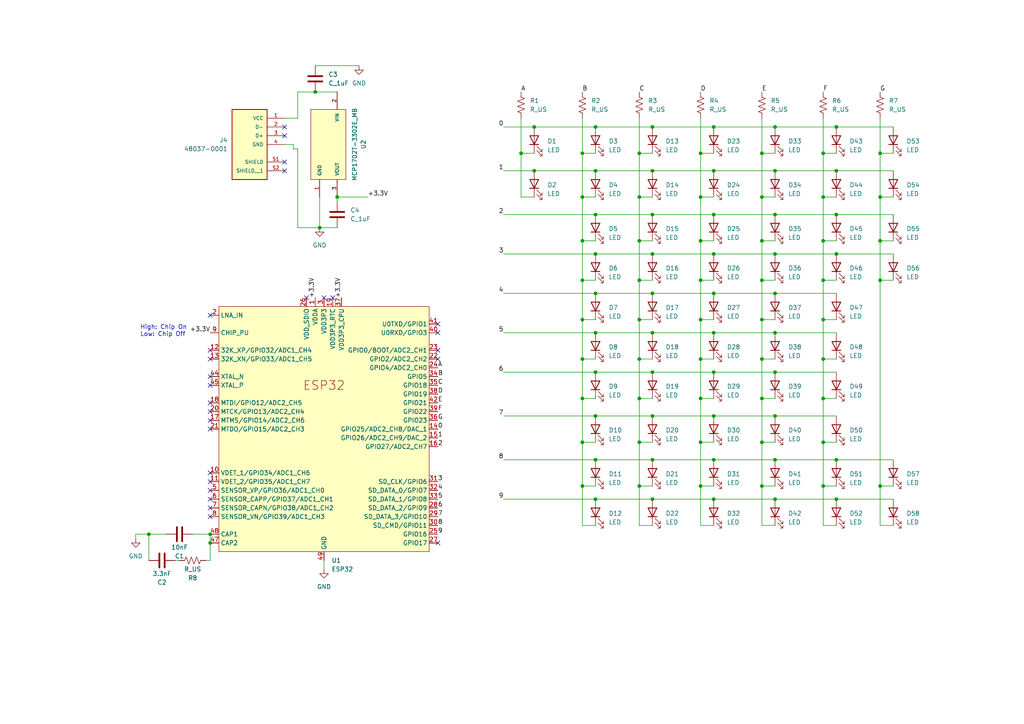
<source format=kicad_sch>
(kicad_sch (version 20230121) (generator eeschema)
  (paper "A4")
  (lib_symbols
    (symbol "Device:C" (pin_numbers hide) (pin_names (offset 0.254))
      (property "Reference" "C" (at 0.635 2.54 0))
      (property "Value" "C" (at 0.635 -2.54 0))
      (symbol "C_0_1"
        (polyline (pts (xy -2.032 -0.762) (xy 2.032 -0.762)) (stroke (width 0.508)))
        (polyline (pts (xy -2.032 0.762) (xy 2.032 0.762)) (stroke (width 0.508)))
      )
      (symbol "C_1_1"
        (pin passive line (at 0 3.81 270) (length 2.794) (name "~") (number "1"))
        (pin passive line (at 0 -3.81 90) (length 2.794) (name "~") (number "2"))
      )
    )
    (symbol "Device:LED" (pin_numbers hide) (pin_names (offset 1.016) hide)
      (property "Reference" "D" (at 0 2.54 0))
      (property "Value" "LED" (at 0 -2.54 0))
      (symbol "LED_0_1"
        (polyline (pts (xy -1.27 -1.27) (xy -1.27 1.27)) (stroke (width 0.254)))
        (polyline (pts (xy -1.27 0) (xy 1.27 0)))
        (polyline (pts (xy 1.27 -1.27) (xy 1.27 1.27) (xy -1.27 0) (xy 1.27 -1.27)) (stroke (width 0.254)))
        (polyline (pts (xy -3.048 -0.762) (xy -4.572 -2.286) (xy -3.81 -2.286) (xy -4.572 -2.286) (xy -4.572 -1.524)))
        (polyline (pts (xy -1.778 -0.762) (xy -3.302 -2.286) (xy -2.54 -2.286) (xy -3.302 -2.286) (xy -3.302 -1.524)))
      )
      (symbol "LED_1_1"
        (pin passive line (at -3.81 0 0) (length 2.54) (name "K") (number "1"))
        (pin passive line (at 3.81 0 180) (length 2.54) (name "A") (number "2"))
      )
    )
    (symbol "Device:R_US" (pin_numbers hide) (pin_names (offset 0))
      (property "Reference" "R" (at 2.54 0 90))
      (property "Value" "R_US" (at -2.54 0 90))
      (symbol "R_US_0_1"
        (polyline (pts (xy 0 -2.286) (xy 0 -2.54)))
        (polyline (pts (xy 0 2.286) (xy 0 2.54)))
        (polyline (pts (xy 0 -0.762) (xy 1.016 -1.143) (xy 0 -1.524) (xy -1.016 -1.905) (xy 0 -2.286)))
        (polyline (pts (xy 0 0.762) (xy 1.016 0.381) (xy 0 0) (xy -1.016 -0.381) (xy 0 -0.762)))
        (polyline (pts (xy 0 2.286) (xy 1.016 1.905) (xy 0 1.524) (xy -1.016 1.143) (xy 0 0.762)))
      )
      (symbol "R_US_1_1"
        (pin passive line (at 0 3.81 270) (length 1.27) (name "~") (number "1"))
        (pin passive line (at 0 -3.81 90) (length 1.27) (name "~") (number "2"))
      )
    )
    (symbol "LDO_MCP1702T-3302E_MB:MCP1702T-3302E_MB" (pin_names (offset 1.016))
      (property "Reference" "U" (at -10.16 5.842 0))
      (property "Value" "MCP1702T-3302E_MB" (at -10.16 -7.62 0))
      (symbol "MCP1702T-3302E_MB_0_0"
        (rectangle (start -10.16 -5.08) (end 10.16 5.08) (stroke (width 0.1524)) (fill (type background)))
        (pin power_in line (at 15.24 -2.54 180) (length 5.08) (name "GND") (number "1"))
        (pin input line (at -15.24 2.54 0) (length 5.08) (name "VIN") (number "2"))
        (pin output line (at 15.24 2.54 180) (length 5.08) (name "VOUT") (number "3"))
      )
    )
    (symbol "PCM_Espressif:ESP32"
      (property "Reference" "U" (at -30.48 40.64 0))
      (property "Value" "ESP32" (at -30.48 38.1 0))
      (symbol "ESP32_0_0"
        (text "ESP32" (at 0 12.7 0) (effects (font (size 2.54 2.54))))
      )
      (symbol "ESP32_0_1"
        (rectangle (start -30.48 35.56) (end 30.48 -35.56) (fill (type background)))
      )
      (symbol "ESP32_1_1"
        (pin power_in line (at -2.54 38.1 270) (length 2.54) (name "VDDA") (number "1"))
        (pin input line (at -33.02 -12.7 0) (length 2.54) (name "VDET_1/GPIO34/ADC1_CH6") (number "10"))
        (pin input line (at -33.02 -15.24 0) (length 2.54) (name "VDET_2/GPIO35/ADC1_CH7") (number "11"))
        (pin bidirectional line (at -33.02 22.86 0) (length 2.54) (name "32K_XP/GPIO32/ADC1_CH4") (number "12"))
        (pin bidirectional line (at -33.02 20.32 0) (length 2.54) (name "32K_XN/GPIO33/ADC1_CH5") (number "13"))
        (pin bidirectional line (at 33.02 0 180) (length 2.54) (name "GPIO25/ADC2_CH8/DAC_1") (number "14"))
        (pin bidirectional line (at 33.02 -2.54 180) (length 2.54) (name "GPIO26/ADC2_CH9/DAC_2") (number "15"))
        (pin bidirectional line (at 33.02 -5.08 180) (length 2.54) (name "GPIO27/ADC2_CH7") (number "16"))
        (pin bidirectional line (at -33.02 2.54 0) (length 2.54) (name "MTMS/GPIO14/ADC2_CH6") (number "17"))
        (pin bidirectional line (at -33.02 7.62 0) (length 2.54) (name "MTDI/GPIO12/ADC2_CH5") (number "18"))
        (pin power_in line (at 2.54 38.1 270) (length 2.54) (name "VDD3P3_RTC") (number "19"))
        (pin bidirectional line (at -33.02 33.02 0) (length 2.54) (name "LNA_IN") (number "2"))
        (pin bidirectional line (at -33.02 5.08 0) (length 2.54) (name "MTCK/GPIO13/ADC2_CH4") (number "20"))
        (pin bidirectional line (at -33.02 0 0) (length 2.54) (name "MTDO/GPIO15/ADC2_CH3") (number "21"))
        (pin bidirectional line (at 33.02 20.32 180) (length 2.54) (name "GPIO2/ADC2_CH2") (number "22"))
        (pin bidirectional line (at 33.02 22.86 180) (length 2.54) (name "GPIO0/BOOT/ADC2_CH1") (number "23"))
        (pin bidirectional line (at 33.02 17.78 180) (length 2.54) (name "GPIO4/ADC2_CH0") (number "24"))
        (pin bidirectional line (at 33.02 -30.48 180) (length 2.54) (name "GPIO16") (number "25"))
        (pin power_out line (at -5.08 38.1 270) (length 2.54) (name "VDD_SDIO") (number "26"))
        (pin bidirectional line (at 33.02 -33.02 180) (length 2.54) (name "GPIO17") (number "27"))
        (pin bidirectional line (at 33.02 -22.86 180) (length 2.54) (name "SD_DATA_2/GPIO9") (number "28"))
        (pin bidirectional line (at 33.02 -25.4 180) (length 2.54) (name "SD_DATA_3/GPIO10") (number "29"))
        (pin power_in line (at 0 38.1 270) (length 2.54) (name "VDD3P3") (number "3"))
        (pin bidirectional line (at 33.02 -27.94 180) (length 2.54) (name "SD_CMD/GPIO11") (number "30"))
        (pin bidirectional line (at 33.02 -15.24 180) (length 2.54) (name "SD_CLK/GPIO6") (number "31"))
        (pin bidirectional line (at 33.02 -17.78 180) (length 2.54) (name "SD_DATA_0/GPIO7") (number "32"))
        (pin bidirectional line (at 33.02 -20.32 180) (length 2.54) (name "SD_DATA_1/GPIO8") (number "33"))
        (pin bidirectional line (at 33.02 15.24 180) (length 2.54) (name "GPIO5") (number "34"))
        (pin bidirectional line (at 33.02 12.7 180) (length 2.54) (name "GPIO18") (number "35"))
        (pin bidirectional line (at 33.02 2.54 180) (length 2.54) (name "GPIO23") (number "36"))
        (pin power_in line (at 5.08 38.1 270) (length 2.54) (name "VDD3P3_CPU") (number "37"))
        (pin bidirectional line (at 33.02 10.16 180) (length 2.54) (name "GPIO19") (number "38"))
        (pin bidirectional line (at 33.02 5.08 180) (length 2.54) (name "GPIO22") (number "39"))
        (pin passive line (at 0 38.1 270) (length 2.54) hide (name "VDD3P3") (number "4"))
        (pin bidirectional line (at 33.02 27.94 180) (length 2.54) (name "U0RXD/GPIO3") (number "40"))
        (pin bidirectional line (at 33.02 30.48 180) (length 2.54) (name "U0TXD/GPIO1") (number "41"))
        (pin bidirectional line (at 33.02 7.62 180) (length 2.54) (name "GPIO21") (number "42"))
        (pin passive line (at -2.54 38.1 270) (length 2.54) hide (name "VDDA") (number "43"))
        (pin output line (at -33.02 15.24 0) (length 2.54) (name "XTAL_N") (number "44"))
        (pin input line (at -33.02 12.7 0) (length 2.54) (name "XTAL_P") (number "45"))
        (pin passive line (at -2.54 38.1 270) (length 2.54) hide (name "VDDA") (number "46"))
        (pin input line (at -33.02 -33.02 0) (length 2.54) (name "CAP2") (number "47"))
        (pin input line (at -33.02 -30.48 0) (length 2.54) (name "CAP1") (number "48"))
        (pin power_in line (at 0 -38.1 90) (length 2.54) (name "GND") (number "49"))
        (pin input line (at -33.02 -17.78 0) (length 2.54) (name "SENSOR_VP/GPIO36/ADC1_CH0") (number "5"))
        (pin input line (at -33.02 -20.32 0) (length 2.54) (name "SENSOR_CAPP/GPIO37/ADC1_CH1") (number "6"))
        (pin input line (at -33.02 -22.86 0) (length 2.54) (name "SENSOR_CAPN/GPIO38/ADC1_CH2") (number "7"))
        (pin input line (at -33.02 -25.4 0) (length 2.54) (name "SENSOR_VN/GPIO39/ADC1_CH3") (number "8"))
        (pin input line (at -33.02 27.94 0) (length 2.54) (name "CHIP_PU") (number "9"))
      )
    )
    (symbol "formula:C_1uF" (pin_numbers hide) (pin_names (offset 0.254))
      (property "Reference" "C" (at 0.635 3.81 0))
      (property "Value" "C_1uF" (at 0.635 -1.27 0))
      (symbol "C_1uF_0_1"
        (polyline (pts (xy -2.032 0.508) (xy 2.032 0.508)) (stroke (width 0.508)))
        (polyline (pts (xy -2.032 2.032) (xy 2.032 2.032)) (stroke (width 0.508)))
      )
      (symbol "C_1uF_1_1"
        (pin passive line (at 0 5.08 270) (length 2.794) (name "~") (number "1"))
        (pin passive line (at 0 -2.54 90) (length 2.794) (name "~") (number "2"))
      )
    )
    (symbol "power:GND" (power) (pin_names (offset 0))
      (property "Value" "GND" (at 0 -3.81 0))
      (symbol "GND_0_1"
        (polyline (pts (xy 0 0) (xy 0 -1.27) (xy 1.27 -1.27) (xy 0 -2.54) (xy -1.27 -1.27) (xy 0 -1.27)))
      )
      (symbol "GND_1_1"
        (pin power_in line (at 0 0 270) (length 0) hide (name "GND") (number "1"))
      )
    )
    (symbol "usb_conn:48037-0001" (pin_names (offset 1.016))
      (property "Reference" "J" (at -5.08 8.89 0))
      (property "Value" "48037-0001" (at -5.08 -15.24 0))
      (symbol "48037-0001_0_0"
        (rectangle (start -5.08 -12.7) (end 5.08 7.62) (stroke (width 0.254)) (fill (type background)))
        (pin power_in line (at -10.16 5.08 0) (length 5.08) (name "VCC") (number "1"))
        (pin bidirectional line (at -10.16 2.54 0) (length 5.08) (name "D-") (number "2"))
        (pin bidirectional line (at -10.16 0 0) (length 5.08) (name "D+") (number "3"))
        (pin power_in line (at -10.16 -2.54 0) (length 5.08) (name "GND") (number "4"))
        (pin passive line (at -10.16 -7.62 0) (length 5.08) (name "SHIELD") (number "S1"))
        (pin passive line (at -10.16 -10.16 0) (length 5.08) (name "SHIELD__1") (number "S2"))
      )
    )
  )
  (junction (at 172.72 62.23))
  (junction (at 224.79 36.83))
  (junction (at 203.2 92.71))
  (junction (at 255.27 81.28))
  (junction (at 168.91 69.85))
  (junction (at 207.01 62.23))
  (junction (at 168.91 115.57))
  (junction (at 203.2 104.14))
  (junction (at 224.79 133.35))
  (junction (at 185.42 140.97))
  (junction (at 203.2 140.97))
  (junction (at 185.42 57.15))
  (junction (at 172.72 36.83))
  (junction (at 207.01 144.78))
  (junction (at 185.42 44.45))
  (junction (at 168.91 44.45))
  (junction (at 185.42 128.27))
  (junction (at 207.01 96.52))
  (junction (at 189.23 36.83))
  (junction (at 220.98 140.97))
  (junction (at 172.72 120.65))
  (junction (at 97.79 57.15))
  (junction (at 224.79 107.95))
  (junction (at 242.57 144.78))
  (junction (at 224.79 85.09))
  (junction (at 224.79 96.52))
  (junction (at 207.01 73.66))
  (junction (at 172.72 133.35))
  (junction (at 238.76 44.45))
  (junction (at 238.76 81.28))
  (junction (at 238.76 104.14))
  (junction (at 220.98 44.45))
  (junction (at 185.42 104.14))
  (junction (at 207.01 36.83))
  (junction (at 255.27 57.15))
  (junction (at 189.23 73.66))
  (junction (at 168.91 92.71))
  (junction (at 224.79 62.23))
  (junction (at 185.42 69.85))
  (junction (at 220.98 128.27))
  (junction (at 203.2 115.57))
  (junction (at 189.23 107.95))
  (junction (at 168.91 81.28))
  (junction (at 92.71 66.04))
  (junction (at 255.27 140.97))
  (junction (at 189.23 85.09))
  (junction (at 207.01 120.65))
  (junction (at 238.76 69.85))
  (junction (at 220.98 81.28))
  (junction (at 189.23 120.65))
  (junction (at 172.72 144.78))
  (junction (at 168.91 104.14))
  (junction (at 151.13 44.45))
  (junction (at 154.94 49.53))
  (junction (at 60.96 154.94))
  (junction (at 224.79 73.66))
  (junction (at 43.18 154.94))
  (junction (at 189.23 133.35))
  (junction (at 207.01 133.35))
  (junction (at 185.42 92.71))
  (junction (at 203.2 128.27))
  (junction (at 207.01 107.95))
  (junction (at 172.72 73.66))
  (junction (at 207.01 85.09))
  (junction (at 242.57 133.35))
  (junction (at 220.98 104.14))
  (junction (at 242.57 62.23))
  (junction (at 172.72 107.95))
  (junction (at 224.79 120.65))
  (junction (at 172.72 85.09))
  (junction (at 220.98 69.85))
  (junction (at 168.91 128.27))
  (junction (at 238.76 140.97))
  (junction (at 203.2 57.15))
  (junction (at 185.42 81.28))
  (junction (at 255.27 69.85))
  (junction (at 242.57 49.53))
  (junction (at 60.96 157.48))
  (junction (at 185.42 115.57))
  (junction (at 172.72 49.53))
  (junction (at 220.98 92.71))
  (junction (at 91.44 26.67))
  (junction (at 242.57 73.66))
  (junction (at 189.23 144.78))
  (junction (at 255.27 44.45))
  (junction (at 168.91 140.97))
  (junction (at 172.72 96.52))
  (junction (at 238.76 92.71))
  (junction (at 168.91 57.15))
  (junction (at 220.98 115.57))
  (junction (at 203.2 44.45))
  (junction (at 189.23 62.23))
  (junction (at 238.76 115.57))
  (junction (at 189.23 49.53))
  (junction (at 207.01 49.53))
  (junction (at 220.98 57.15))
  (junction (at 224.79 144.78))
  (junction (at 189.23 96.52))
  (junction (at 238.76 128.27))
  (junction (at 203.2 69.85))
  (junction (at 203.2 81.28))
  (junction (at 224.79 49.53))
  (junction (at 242.57 36.83))
  (junction (at 238.76 57.15))
  (junction (at 154.94 36.83))
  (no_connect (at 60.96 111.76))
  (no_connect (at 60.96 124.46))
  (no_connect (at 60.96 149.86))
  (no_connect (at 82.55 39.37))
  (no_connect (at 127 93.98))
  (no_connect (at 96.52 86.36))
  (no_connect (at 60.96 144.78))
  (no_connect (at 60.96 142.24))
  (no_connect (at 82.55 49.53))
  (no_connect (at 127 101.6))
  (no_connect (at 93.98 86.36))
  (no_connect (at 60.96 104.14))
  (no_connect (at 127 157.48))
  (no_connect (at 60.96 119.38))
  (no_connect (at 60.96 116.84))
  (no_connect (at 127 104.14))
  (no_connect (at 60.96 147.32))
  (no_connect (at 60.96 137.16))
  (no_connect (at 60.96 109.22))
  (no_connect (at 82.55 46.99))
  (no_connect (at 60.96 121.92))
  (no_connect (at 60.96 139.7))
  (no_connect (at 60.96 101.6))
  (no_connect (at 82.55 36.83))
  (no_connect (at 88.9 86.36))
  (no_connect (at 60.96 91.44))
  (no_connect (at 127 96.52))
  (wire (pts (xy 220.98 44.45) (xy 220.98 57.15)))
  (wire (pts (xy 168.91 69.85) (xy 172.72 69.85)))
  (wire (pts (xy 168.91 140.97) (xy 168.91 152.4)))
  (wire (pts (xy 146.05 144.78) (xy 172.72 144.78)))
  (wire (pts (xy 86.36 34.29) (xy 86.36 26.67)))
  (wire (pts (xy 146.05 73.66) (xy 172.72 73.66)))
  (wire (pts (xy 92.71 66.04) (xy 97.79 66.04)))
  (wire (pts (xy 185.42 81.28) (xy 185.42 92.71)))
  (wire (pts (xy 43.18 154.94) (xy 39.37 154.94)))
  (wire (pts (xy 60.96 154.94) (xy 60.96 157.48)))
  (wire (pts (xy 238.76 57.15) (xy 238.76 69.85)))
  (wire (pts (xy 172.72 73.66) (xy 189.23 73.66)))
  (wire (pts (xy 255.27 81.28) (xy 259.08 81.28)))
  (wire (pts (xy 238.76 140.97) (xy 242.57 140.97)))
  (wire (pts (xy 203.2 128.27) (xy 207.01 128.27)))
  (wire (pts (xy 203.2 104.14) (xy 207.01 104.14)))
  (wire (pts (xy 255.27 44.45) (xy 259.08 44.45)))
  (wire (pts (xy 203.2 140.97) (xy 207.01 140.97)))
  (wire (pts (xy 203.2 104.14) (xy 203.2 115.57)))
  (wire (pts (xy 168.91 115.57) (xy 172.72 115.57)))
  (wire (pts (xy 189.23 73.66) (xy 207.01 73.66)))
  (wire (pts (xy 168.91 140.97) (xy 172.72 140.97)))
  (wire (pts (xy 238.76 115.57) (xy 238.76 128.27)))
  (wire (pts (xy 172.72 36.83) (xy 189.23 36.83)))
  (wire (pts (xy 220.98 57.15) (xy 224.79 57.15)))
  (wire (pts (xy 238.76 104.14) (xy 242.57 104.14)))
  (wire (pts (xy 220.98 128.27) (xy 224.79 128.27)))
  (wire (pts (xy 220.98 140.97) (xy 224.79 140.97)))
  (wire (pts (xy 224.79 120.65) (xy 242.57 120.65)))
  (wire (pts (xy 185.42 128.27) (xy 185.42 140.97)))
  (wire (pts (xy 151.13 57.15) (xy 154.94 57.15)))
  (wire (pts (xy 224.79 85.09) (xy 242.57 85.09)))
  (wire (pts (xy 203.2 92.71) (xy 207.01 92.71)))
  (wire (pts (xy 189.23 85.09) (xy 207.01 85.09)))
  (wire (pts (xy 238.76 115.57) (xy 242.57 115.57)))
  (wire (pts (xy 97.79 58.42) (xy 97.79 57.15)))
  (wire (pts (xy 168.91 69.85) (xy 168.91 81.28)))
  (wire (pts (xy 185.42 140.97) (xy 189.23 140.97)))
  (wire (pts (xy 86.36 26.67) (xy 91.44 26.67)))
  (wire (pts (xy 207.01 120.65) (xy 224.79 120.65)))
  (wire (pts (xy 39.37 154.94) (xy 39.37 156.21)))
  (wire (pts (xy 91.44 26.67) (xy 97.79 26.67)))
  (wire (pts (xy 185.42 44.45) (xy 185.42 57.15)))
  (wire (pts (xy 203.2 92.71) (xy 203.2 104.14)))
  (wire (pts (xy 189.23 107.95) (xy 207.01 107.95)))
  (wire (pts (xy 168.91 44.45) (xy 168.91 57.15)))
  (wire (pts (xy 207.01 62.23) (xy 224.79 62.23)))
  (wire (pts (xy 151.13 44.45) (xy 151.13 57.15)))
  (wire (pts (xy 224.79 73.66) (xy 242.57 73.66)))
  (wire (pts (xy 189.23 133.35) (xy 207.01 133.35)))
  (wire (pts (xy 224.79 36.83) (xy 242.57 36.83)))
  (wire (pts (xy 151.13 44.45) (xy 154.94 44.45)))
  (wire (pts (xy 85.09 41.91) (xy 82.55 41.91)))
  (wire (pts (xy 203.2 34.29) (xy 203.2 44.45)))
  (wire (pts (xy 172.72 62.23) (xy 189.23 62.23)))
  (wire (pts (xy 185.42 57.15) (xy 185.42 69.85)))
  (wire (pts (xy 43.18 154.94) (xy 43.18 162.56)))
  (wire (pts (xy 189.23 96.52) (xy 207.01 96.52)))
  (wire (pts (xy 255.27 57.15) (xy 259.08 57.15)))
  (wire (pts (xy 185.42 81.28) (xy 189.23 81.28)))
  (wire (pts (xy 220.98 92.71) (xy 224.79 92.71)))
  (wire (pts (xy 85.09 43.18) (xy 86.36 43.18)))
  (wire (pts (xy 189.23 144.78) (xy 207.01 144.78)))
  (wire (pts (xy 220.98 115.57) (xy 224.79 115.57)))
  (wire (pts (xy 151.13 34.29) (xy 151.13 44.45)))
  (wire (pts (xy 168.91 92.71) (xy 172.72 92.71)))
  (wire (pts (xy 172.72 144.78) (xy 189.23 144.78)))
  (wire (pts (xy 172.72 96.52) (xy 172.72 97.79)))
  (wire (pts (xy 185.42 115.57) (xy 189.23 115.57)))
  (wire (pts (xy 220.98 81.28) (xy 220.98 92.71)))
  (wire (pts (xy 255.27 57.15) (xy 255.27 69.85)))
  (wire (pts (xy 220.98 92.71) (xy 220.98 104.14)))
  (wire (pts (xy 168.91 152.4) (xy 172.72 152.4)))
  (wire (pts (xy 238.76 81.28) (xy 238.76 92.71)))
  (wire (pts (xy 172.72 107.95) (xy 189.23 107.95)))
  (wire (pts (xy 168.91 57.15) (xy 168.91 69.85)))
  (wire (pts (xy 168.91 34.29) (xy 168.91 44.45)))
  (wire (pts (xy 255.27 69.85) (xy 259.08 69.85)))
  (wire (pts (xy 168.91 115.57) (xy 168.91 128.27)))
  (wire (pts (xy 220.98 57.15) (xy 220.98 69.85)))
  (wire (pts (xy 203.2 152.4) (xy 207.01 152.4)))
  (wire (pts (xy 154.94 49.53) (xy 172.72 49.53)))
  (wire (pts (xy 203.2 81.28) (xy 207.01 81.28)))
  (wire (pts (xy 185.42 69.85) (xy 185.42 81.28)))
  (wire (pts (xy 207.01 49.53) (xy 224.79 49.53)))
  (wire (pts (xy 224.79 62.23) (xy 242.57 62.23)))
  (wire (pts (xy 146.05 120.65) (xy 172.72 120.65)))
  (wire (pts (xy 185.42 92.71) (xy 189.23 92.71)))
  (wire (pts (xy 59.69 162.56) (xy 60.96 162.56)))
  (wire (pts (xy 238.76 128.27) (xy 238.76 140.97)))
  (wire (pts (xy 207.01 96.52) (xy 224.79 96.52)))
  (wire (pts (xy 168.91 104.14) (xy 172.72 104.14)))
  (wire (pts (xy 255.27 34.29) (xy 255.27 44.45)))
  (wire (pts (xy 220.98 152.4) (xy 224.79 152.4)))
  (wire (pts (xy 168.91 81.28) (xy 172.72 81.28)))
  (wire (pts (xy 242.57 49.53) (xy 259.08 49.53)))
  (wire (pts (xy 255.27 69.85) (xy 255.27 81.28)))
  (wire (pts (xy 203.2 140.97) (xy 203.2 152.4)))
  (wire (pts (xy 168.91 128.27) (xy 172.72 128.27)))
  (wire (pts (xy 220.98 69.85) (xy 220.98 81.28)))
  (wire (pts (xy 203.2 57.15) (xy 207.01 57.15)))
  (wire (pts (xy 238.76 34.29) (xy 238.76 44.45)))
  (wire (pts (xy 255.27 81.28) (xy 255.27 140.97)))
  (wire (pts (xy 185.42 104.14) (xy 189.23 104.14)))
  (wire (pts (xy 224.79 144.78) (xy 242.57 144.78)))
  (wire (pts (xy 220.98 104.14) (xy 220.98 115.57)))
  (wire (pts (xy 172.72 96.52) (xy 189.23 96.52)))
  (wire (pts (xy 168.91 104.14) (xy 168.91 115.57)))
  (wire (pts (xy 207.01 85.09) (xy 224.79 85.09)))
  (wire (pts (xy 238.76 69.85) (xy 238.76 81.28)))
  (wire (pts (xy 220.98 128.27) (xy 220.98 140.97)))
  (wire (pts (xy 93.98 162.56) (xy 93.98 165.1)))
  (wire (pts (xy 238.76 152.4) (xy 242.57 152.4)))
  (wire (pts (xy 203.2 81.28) (xy 203.2 92.71)))
  (wire (pts (xy 203.2 128.27) (xy 203.2 140.97)))
  (wire (pts (xy 224.79 107.95) (xy 242.57 107.95)))
  (wire (pts (xy 207.01 133.35) (xy 224.79 133.35)))
  (wire (pts (xy 203.2 57.15) (xy 203.2 69.85)))
  (wire (pts (xy 203.2 115.57) (xy 207.01 115.57)))
  (wire (pts (xy 255.27 44.45) (xy 255.27 57.15)))
  (wire (pts (xy 238.76 69.85) (xy 242.57 69.85)))
  (wire (pts (xy 168.91 81.28) (xy 168.91 92.71)))
  (wire (pts (xy 207.01 73.66) (xy 224.79 73.66)))
  (wire (pts (xy 172.72 120.65) (xy 189.23 120.65)))
  (wire (pts (xy 255.27 152.4) (xy 259.08 152.4)))
  (wire (pts (xy 242.57 62.23) (xy 259.08 62.23)))
  (wire (pts (xy 238.76 57.15) (xy 242.57 57.15)))
  (wire (pts (xy 203.2 44.45) (xy 203.2 57.15)))
  (wire (pts (xy 238.76 92.71) (xy 242.57 92.71)))
  (wire (pts (xy 168.91 128.27) (xy 168.91 140.97)))
  (wire (pts (xy 146.05 96.52) (xy 172.72 96.52)))
  (wire (pts (xy 224.79 96.52) (xy 242.57 96.52)))
  (wire (pts (xy 85.09 43.18) (xy 85.09 41.91)))
  (wire (pts (xy 146.05 133.35) (xy 172.72 133.35)))
  (wire (pts (xy 50.8 162.56) (xy 52.07 162.56)))
  (wire (pts (xy 154.94 36.83) (xy 172.72 36.83)))
  (wire (pts (xy 48.26 154.94) (xy 43.18 154.94)))
  (wire (pts (xy 60.96 157.48) (xy 60.96 162.56)))
  (wire (pts (xy 224.79 133.35) (xy 242.57 133.35)))
  (wire (pts (xy 189.23 49.53) (xy 207.01 49.53)))
  (wire (pts (xy 55.88 154.94) (xy 60.96 154.94)))
  (wire (pts (xy 185.42 44.45) (xy 189.23 44.45)))
  (wire (pts (xy 185.42 104.14) (xy 185.42 115.57)))
  (wire (pts (xy 238.76 44.45) (xy 242.57 44.45)))
  (wire (pts (xy 238.76 104.14) (xy 238.76 115.57)))
  (wire (pts (xy 238.76 44.45) (xy 238.76 57.15)))
  (wire (pts (xy 242.57 144.78) (xy 259.08 144.78)))
  (wire (pts (xy 238.76 140.97) (xy 238.76 152.4)))
  (wire (pts (xy 203.2 69.85) (xy 203.2 81.28)))
  (wire (pts (xy 207.01 144.78) (xy 224.79 144.78)))
  (wire (pts (xy 238.76 128.27) (xy 242.57 128.27)))
  (wire (pts (xy 146.05 36.83) (xy 154.94 36.83)))
  (wire (pts (xy 168.91 92.71) (xy 168.91 104.14)))
  (wire (pts (xy 97.79 57.15) (xy 106.68 57.15)))
  (wire (pts (xy 255.27 140.97) (xy 259.08 140.97)))
  (wire (pts (xy 242.57 73.66) (xy 259.08 73.66)))
  (wire (pts (xy 86.36 66.04) (xy 92.71 66.04)))
  (wire (pts (xy 220.98 104.14) (xy 224.79 104.14)))
  (wire (pts (xy 172.72 133.35) (xy 189.23 133.35)))
  (wire (pts (xy 185.42 115.57) (xy 185.42 128.27)))
  (wire (pts (xy 242.57 36.83) (xy 259.08 36.83)))
  (wire (pts (xy 220.98 81.28) (xy 224.79 81.28)))
  (wire (pts (xy 185.42 152.4) (xy 189.23 152.4)))
  (wire (pts (xy 92.71 57.15) (xy 92.71 66.04)))
  (wire (pts (xy 224.79 49.53) (xy 242.57 49.53)))
  (wire (pts (xy 220.98 44.45) (xy 224.79 44.45)))
  (wire (pts (xy 189.23 62.23) (xy 207.01 62.23)))
  (wire (pts (xy 146.05 49.53) (xy 154.94 49.53)))
  (wire (pts (xy 86.36 43.18) (xy 86.36 66.04)))
  (wire (pts (xy 185.42 128.27) (xy 189.23 128.27)))
  (wire (pts (xy 172.72 49.53) (xy 189.23 49.53)))
  (wire (pts (xy 189.23 36.83) (xy 207.01 36.83)))
  (wire (pts (xy 207.01 107.95) (xy 224.79 107.95)))
  (wire (pts (xy 220.98 69.85) (xy 224.79 69.85)))
  (wire (pts (xy 220.98 34.29) (xy 220.98 44.45)))
  (wire (pts (xy 220.98 115.57) (xy 220.98 128.27)))
  (wire (pts (xy 146.05 107.95) (xy 172.72 107.95)))
  (wire (pts (xy 185.42 57.15) (xy 189.23 57.15)))
  (wire (pts (xy 146.05 62.23) (xy 172.72 62.23)))
  (wire (pts (xy 238.76 81.28) (xy 242.57 81.28)))
  (wire (pts (xy 255.27 140.97) (xy 255.27 152.4)))
  (wire (pts (xy 168.91 44.45) (xy 172.72 44.45)))
  (wire (pts (xy 168.91 57.15) (xy 172.72 57.15)))
  (wire (pts (xy 82.55 34.29) (xy 86.36 34.29)))
  (wire (pts (xy 242.57 133.35) (xy 259.08 133.35)))
  (wire (pts (xy 203.2 44.45) (xy 207.01 44.45)))
  (wire (pts (xy 189.23 120.65) (xy 207.01 120.65)))
  (wire (pts (xy 146.05 85.09) (xy 172.72 85.09)))
  (wire (pts (xy 185.42 92.71) (xy 185.42 104.14)))
  (wire (pts (xy 207.01 36.83) (xy 224.79 36.83)))
  (wire (pts (xy 172.72 85.09) (xy 189.23 85.09)))
  (wire (pts (xy 185.42 34.29) (xy 185.42 44.45)))
  (wire (pts (xy 203.2 115.57) (xy 203.2 128.27)))
  (wire (pts (xy 238.76 92.71) (xy 238.76 104.14)))
  (wire (pts (xy 91.44 19.05) (xy 104.14 19.05)))
  (wire (pts (xy 185.42 69.85) (xy 189.23 69.85)))
  (wire (pts (xy 185.42 140.97) (xy 185.42 152.4)))
  (wire (pts (xy 203.2 69.85) (xy 207.01 69.85)))
  (wire (pts (xy 220.98 140.97) (xy 220.98 152.4)))
  (text "High: Chip On\nLow: Chip Off" (at 40.64 97.79 0) (effects (font (size 1.27 1.27)) (justify left bottom)))
  (label "2" (at 127 129.54 0))
  (label "4" (at 127 142.24 0))
  (label "G" (at 255.27 26.67 0))
  (label "A" (at 127 106.68 0))
  (label "B" (at 168.91 26.67 0))
  (label "C" (at 185.42 26.67 0))
  (label "+3.3V" (at 60.96 96.52 180))
  (label "E" (at 220.98 26.67 0))
  (label "D" (at 127 114.3 0))
  (label "8" (at 146.05 133.35 180))
  (label "1" (at 127 127 0))
  (label "A" (at 151.13 26.67 0))
  (label "2" (at 146.05 62.23 180))
  (label "4" (at 146.05 85.09 180))
  (label "B" (at 127 109.22 0))
  (label "E" (at 127 116.84 0))
  (label "7" (at 146.05 120.65 180))
  (label "9" (at 127 154.94 0))
  (label "7" (at 127 149.86 0))
  (label "9" (at 146.05 144.78 180))
  (label "+3.3V" (at 106.68 57.15 0))
  (label "3" (at 127 139.7 0))
  (label "6" (at 146.05 107.95 180))
  (label "5" (at 146.05 96.52 180))
  (label "3" (at 146.05 73.66 180))
  (label "D" (at 203.2 26.67 0))
  (label "F" (at 238.76 26.67 0))
  (label "1" (at 146.05 49.53 180))
  (label "C" (at 127 111.76 0))
  (label "0" (at 127 124.46 0))
  (label "+3.3V" (at 99.06 86.36 90))
  (label "0" (at 146.05 36.83 180))
  (label "G" (at 127 121.92 0))
  (label "6" (at 127 147.32 0))
  (label "F" (at 127 119.38 0))
  (label "5" (at 127 144.78 0))
  (label "8" (at 127 152.4 0))
  (label "+3.3V" (at 91.44 86.36 90))
  (symbol (lib_id "Device:LED") (at 259.08 77.47 90) (unit 1)
    (property "Reference" "D56" (at 262.89 77.7875 90) (effects (justify right)))
    (property "Value" "LED" (at 262.89 80.3275 90) (effects (justify right)))
    (property "Footprint" "LED_SMD:LED_0603_1608Metric" (effects hide))
  )
  (symbol (lib_id "power:GND") (at 93.98 165.1 0) (unit 1)
    (property "Reference" "#PWR02" (effects hide))
    (property "Value" "GND" (at 93.98 170.18 0))
  )
  (symbol (lib_id "Device:LED") (at 207.01 111.76 90) (unit 1)
    (property "Reference" "D29" (at 210.82 112.0775 90) (effects (justify right)))
    (property "Value" "LED" (at 210.82 114.6175 90) (effects (justify right)))
    (property "Footprint" "LED_SMD:LED_0603_1608Metric" (effects hide))
  )
  (symbol (lib_id "Device:LED") (at 172.72 40.64 90) (unit 1)
    (property "Reference" "D3" (at 176.53 40.9575 90) (effects (justify right)))
    (property "Value" "LED" (at 176.53 43.4975 90) (effects (justify right)))
    (property "Footprint" "LED_SMD:LED_0603_1608Metric" (effects hide))
  )
  (symbol (lib_id "Device:LED") (at 224.79 137.16 90) (unit 1)
    (property "Reference" "D41" (at 228.6 137.4775 90) (effects (justify right)))
    (property "Value" "LED" (at 228.6 140.0175 90) (effects (justify right)))
    (property "Footprint" "LED_SMD:LED_0603_1608Metric" (effects hide))
  )
  (symbol (lib_id "Device:LED") (at 224.79 66.04 90) (unit 1)
    (property "Reference" "D35" (at 228.6 66.3575 90) (effects (justify right)))
    (property "Value" "LED" (at 228.6 68.8975 90) (effects (justify right)))
    (property "Footprint" "LED_SMD:LED_0603_1608Metric" (effects hide))
  )
  (symbol (lib_id "PCM_Espressif:ESP32") (at 93.98 124.46 0) (unit 1)
    (property "Reference" "U1" (at 96.1741 162.56 0) (effects (justify left)))
    (property "Value" "ESP32" (at 96.1741 165.1 0) (effects (justify left)))
    (property "Footprint" "Package_DFN_QFN:QFN-48-1EP_8x8mm_P0.5mm_EP6.2x6.2mm" (effects hide))
    (property "Datasheet" "https://www.espressif.com/sites/default/files/documentation/esp32_datasheet_en.pdf" (effects hide))
  )
  (symbol (lib_id "Device:LED") (at 224.79 148.59 90) (unit 1)
    (property "Reference" "D42" (at 228.6 148.9075 90) (effects (justify right)))
    (property "Value" "LED" (at 228.6 151.4475 90) (effects (justify right)))
    (property "Footprint" "LED_SMD:LED_0603_1608Metric" (effects hide))
  )
  (symbol (lib_id "Device:LED") (at 172.72 148.59 90) (unit 1)
    (property "Reference" "D12" (at 176.53 148.9075 90) (effects (justify right)))
    (property "Value" "LED" (at 176.53 151.4475 90) (effects (justify right)))
    (property "Footprint" "LED_SMD:LED_0603_1608Metric" (effects hide))
  )
  (symbol (lib_id "power:GND") (at 104.14 19.05 0) (unit 1)
    (property "Reference" "#PWR04" (effects hide))
    (property "Value" "GND" (at 104.14 24.13 0))
  )
  (symbol (lib_id "Device:LED") (at 172.72 100.33 90) (unit 1)
    (property "Reference" "D8" (at 176.53 100.6475 90) (effects (justify right)))
    (property "Value" "LED" (at 176.53 103.1875 90) (effects (justify right)))
    (property "Footprint" "LED_SMD:LED_0603_1608Metric" (effects hide))
  )
  (symbol (lib_id "Device:LED") (at 189.23 53.34 90) (unit 1)
    (property "Reference" "D14" (at 193.04 53.6575 90) (effects (justify right)))
    (property "Value" "LED" (at 193.04 56.1975 90) (effects (justify right)))
    (property "Footprint" "LED_SMD:LED_0603_1608Metric" (effects hide))
  )
  (symbol (lib_id "Device:LED") (at 224.79 124.46 90) (unit 1)
    (property "Reference" "D40" (at 228.6 124.7775 90) (effects (justify right)))
    (property "Value" "LED" (at 228.6 127.3175 90) (effects (justify right)))
    (property "Footprint" "LED_SMD:LED_0603_1608Metric" (effects hide))
  )
  (symbol (lib_id "Device:LED") (at 189.23 77.47 90) (unit 1)
    (property "Reference" "D16" (at 193.04 77.7875 90) (effects (justify right)))
    (property "Value" "LED" (at 193.04 80.3275 90) (effects (justify right)))
    (property "Footprint" "LED_SMD:LED_0603_1608Metric" (effects hide))
  )
  (symbol (lib_id "Device:LED") (at 224.79 88.9 90) (unit 1)
    (property "Reference" "D37" (at 228.6 89.2175 90) (effects (justify right)))
    (property "Value" "LED" (at 228.6 91.7575 90) (effects (justify right)))
    (property "Footprint" "LED_SMD:LED_0603_1608Metric" (effects hide))
  )
  (symbol (lib_id "Device:LED") (at 242.57 111.76 90) (unit 1)
    (property "Reference" "D49" (at 246.38 112.0775 90) (effects (justify right)))
    (property "Value" "LED" (at 246.38 114.6175 90) (effects (justify right)))
    (property "Footprint" "LED_SMD:LED_0603_1608Metric" (effects hide))
  )
  (symbol (lib_id "usb_conn:48037-0001") (at 72.39 39.37 0) (mirror y) (unit 1)
    (property "Reference" "J4" (at 66.04 40.64 0) (effects (justify left)))
    (property "Value" "48037-0001" (at 66.04 43.18 0) (effects (justify left)))
    (property "Footprint" "custom_library:MOLEX_USB_conn" (effects hide))
    (property "PARTREV" "D" (effects hide))
    (property "STANDARD" "Manufacturer Recommendations" (effects hide))
    (property "MAXIMUM_PACKAGE_HEIGHT" "4.6mm" (effects hide))
    (property "MANUFACTURER" "Molex" (effects hide))
  )
  (symbol (lib_id "Device:R_US") (at 185.42 30.48 0) (unit 1)
    (property "Reference" "R3" (at 187.96 29.21 0) (effects (justify left)))
    (property "Value" "R_US" (at 187.96 31.75 0) (effects (justify left)))
    (property "Footprint" "Resistor_SMD:R_0603_1608Metric" (effects hide))
  )
  (symbol (lib_id "Device:LED") (at 172.72 88.9 90) (unit 1)
    (property "Reference" "D7" (at 176.53 89.2175 90) (effects (justify right)))
    (property "Value" "LED" (at 176.53 91.7575 90) (effects (justify right)))
    (property "Footprint" "LED_SMD:LED_0603_1608Metric" (effects hide))
  )
  (symbol (lib_id "Device:LED") (at 207.01 66.04 90) (unit 1)
    (property "Reference" "D25" (at 210.82 66.3575 90) (effects (justify right)))
    (property "Value" "LED" (at 210.82 68.8975 90) (effects (justify right)))
    (property "Footprint" "LED_SMD:LED_0603_1608Metric" (effects hide))
  )
  (symbol (lib_id "Device:LED") (at 207.01 77.47 90) (unit 1)
    (property "Reference" "D26" (at 210.82 77.7875 90) (effects (justify right)))
    (property "Value" "LED" (at 210.82 80.3275 90) (effects (justify right)))
    (property "Footprint" "LED_SMD:LED_0603_1608Metric" (effects hide))
  )
  (symbol (lib_id "Device:LED") (at 154.94 40.64 90) (unit 1)
    (property "Reference" "D1" (at 158.75 40.9575 90) (effects (justify right)))
    (property "Value" "LED" (at 158.75 43.4975 90) (effects (justify right)))
    (property "Footprint" "LED_SMD:LED_0603_1608Metric" (effects hide))
  )
  (symbol (lib_id "Device:LED") (at 207.01 40.64 90) (unit 1)
    (property "Reference" "D23" (at 210.82 40.9575 90) (effects (justify right)))
    (property "Value" "LED" (at 210.82 43.4975 90) (effects (justify right)))
    (property "Footprint" "LED_SMD:LED_0603_1608Metric" (effects hide))
  )
  (symbol (lib_id "Device:C") (at 46.99 162.56 90) (unit 1)
    (property "Reference" "C2" (at 46.99 168.91 90))
    (property "Value" "3.3nF" (at 46.99 166.37 90))
    (property "Footprint" "Capacitor_SMD:C_0603_1608Metric" (effects hide))
  )
  (symbol (lib_id "Device:LED") (at 172.72 53.34 90) (unit 1)
    (property "Reference" "D4" (at 176.53 53.6575 90) (effects (justify right)))
    (property "Value" "LED" (at 176.53 56.1975 90) (effects (justify right)))
    (property "Footprint" "LED_SMD:LED_0603_1608Metric" (effects hide))
  )
  (symbol (lib_id "Device:LED") (at 189.23 66.04 90) (unit 1)
    (property "Reference" "D15" (at 193.04 66.3575 90) (effects (justify right)))
    (property "Value" "LED" (at 193.04 68.8975 90) (effects (justify right)))
    (property "Footprint" "LED_SMD:LED_0603_1608Metric" (effects hide))
  )
  (symbol (lib_id "Device:LED") (at 207.01 100.33 90) (unit 1)
    (property "Reference" "D28" (at 210.82 100.6475 90) (effects (justify right)))
    (property "Value" "LED" (at 210.82 103.1875 90) (effects (justify right)))
    (property "Footprint" "LED_SMD:LED_0603_1608Metric" (effects hide))
  )
  (symbol (lib_id "Device:R_US") (at 55.88 162.56 90) (unit 1)
    (property "Reference" "R8" (at 55.88 167.64 90))
    (property "Value" "R_US" (at 55.88 165.1 90))
    (property "Footprint" "Resistor_SMD:R_0603_1608Metric" (effects hide))
  )
  (symbol (lib_id "Device:R_US") (at 151.13 30.48 0) (unit 1)
    (property "Reference" "R1" (at 153.67 29.21 0) (effects (justify left)))
    (property "Value" "R_US" (at 153.67 31.75 0) (effects (justify left)))
    (property "Footprint" "Resistor_SMD:R_0603_1608Metric" (effects hide))
  )
  (symbol (lib_id "Device:LED") (at 224.79 40.64 90) (unit 1)
    (property "Reference" "D33" (at 228.6 40.9575 90) (effects (justify right)))
    (property "Value" "LED" (at 228.6 43.4975 90) (effects (justify right)))
    (property "Footprint" "LED_SMD:LED_0603_1608Metric" (effects hide))
  )
  (symbol (lib_id "Device:LED") (at 242.57 124.46 90) (unit 1)
    (property "Reference" "D50" (at 246.38 124.7775 90) (effects (justify right)))
    (property "Value" "LED" (at 246.38 127.3175 90) (effects (justify right)))
    (property "Footprint" "LED_SMD:LED_0603_1608Metric" (effects hide))
  )
  (symbol (lib_id "Device:LED") (at 259.08 148.59 90) (unit 1)
    (property "Reference" "D58" (at 262.89 148.9075 90) (effects (justify right)))
    (property "Value" "LED" (at 262.89 151.4475 90) (effects (justify right)))
    (property "Footprint" "LED_SMD:LED_0603_1608Metric" (effects hide))
  )
  (symbol (lib_id "Device:LED") (at 189.23 124.46 90) (unit 1)
    (property "Reference" "D20" (at 193.04 124.7775 90) (effects (justify right)))
    (property "Value" "LED" (at 193.04 127.3175 90) (effects (justify right)))
    (property "Footprint" "LED_SMD:LED_0603_1608Metric" (effects hide))
  )
  (symbol (lib_id "Device:LED") (at 172.72 77.47 90) (unit 1)
    (property "Reference" "D6" (at 176.53 77.7875 90) (effects (justify right)))
    (property "Value" "LED" (at 176.53 80.3275 90) (effects (justify right)))
    (property "Footprint" "LED_SMD:LED_0603_1608Metric" (effects hide))
  )
  (symbol (lib_id "Device:LED") (at 242.57 40.64 90) (unit 1)
    (property "Reference" "D43" (at 246.38 40.9575 90) (effects (justify right)))
    (property "Value" "LED" (at 246.38 43.4975 90) (effects (justify right)))
    (property "Footprint" "LED_SMD:LED_0603_1608Metric" (effects hide))
  )
  (symbol (lib_id "Device:LED") (at 224.79 53.34 90) (unit 1)
    (property "Reference" "D34" (at 228.6 53.6575 90) (effects (justify right)))
    (property "Value" "LED" (at 228.6 56.1975 90) (effects (justify right)))
    (property "Footprint" "LED_SMD:LED_0603_1608Metric" (effects hide))
  )
  (symbol (lib_id "Device:R_US") (at 220.98 30.48 0) (unit 1)
    (property "Reference" "R5" (at 223.52 29.21 0) (effects (justify left)))
    (property "Value" "R_US" (at 223.52 31.75 0) (effects (justify left)))
    (property "Footprint" "Resistor_SMD:R_0603_1608Metric" (effects hide))
  )
  (symbol (lib_id "Device:LED") (at 242.57 77.47 90) (unit 1)
    (property "Reference" "D46" (at 246.38 77.7875 90) (effects (justify right)))
    (property "Value" "LED" (at 246.38 80.3275 90) (effects (justify right)))
    (property "Footprint" "LED_SMD:LED_0603_1608Metric" (effects hide))
  )
  (symbol (lib_id "Device:LED") (at 172.72 111.76 90) (unit 1)
    (property "Reference" "D9" (at 176.53 112.0775 90) (effects (justify right)))
    (property "Value" "LED" (at 176.53 114.6175 90) (effects (justify right)))
    (property "Footprint" "LED_SMD:LED_0603_1608Metric" (effects hide))
  )
  (symbol (lib_id "Device:C") (at 52.07 154.94 270) (unit 1)
    (property "Reference" "C1" (at 52.07 161.29 90))
    (property "Value" "10nF" (at 52.07 158.75 90))
    (property "Footprint" "Capacitor_SMD:C_0603_1608Metric" (effects hide))
  )
  (symbol (lib_id "Device:LED") (at 259.08 66.04 90) (unit 1)
    (property "Reference" "D55" (at 262.89 66.3575 90) (effects (justify right)))
    (property "Value" "LED" (at 262.89 68.8975 90) (effects (justify right)))
    (property "Footprint" "LED_SMD:LED_0603_1608Metric" (effects hide))
  )
  (symbol (lib_id "Device:LED") (at 242.57 66.04 90) (unit 1)
    (property "Reference" "D45" (at 246.38 66.3575 90) (effects (justify right)))
    (property "Value" "LED" (at 246.38 68.8975 90) (effects (justify right)))
    (property "Footprint" "LED_SMD:LED_0603_1608Metric" (effects hide))
  )
  (symbol (lib_id "power:GND") (at 39.37 156.21 0) (unit 1)
    (property "Reference" "#PWR03" (effects hide))
    (property "Value" "GND" (at 39.37 161.29 0))
  )
  (symbol (lib_id "Device:LED") (at 207.01 88.9 90) (unit 1)
    (property "Reference" "D27" (at 210.82 89.2175 90) (effects (justify right)))
    (property "Value" "LED" (at 210.82 91.7575 90) (effects (justify right)))
    (property "Footprint" "LED_SMD:LED_0603_1608Metric" (effects hide))
  )
  (symbol (lib_id "Device:LED") (at 207.01 137.16 90) (unit 1)
    (property "Reference" "D31" (at 210.82 137.4775 90) (effects (justify right)))
    (property "Value" "LED" (at 210.82 140.0175 90) (effects (justify right)))
    (property "Footprint" "LED_SMD:LED_0603_1608Metric" (effects hide))
  )
  (symbol (lib_id "Device:LED") (at 224.79 77.47 90) (unit 1)
    (property "Reference" "D36" (at 228.6 77.7875 90) (effects (justify right)))
    (property "Value" "LED" (at 228.6 80.3275 90) (effects (justify right)))
    (property "Footprint" "LED_SMD:LED_0603_1608Metric" (effects hide))
  )
  (symbol (lib_id "power:GND") (at 92.71 66.04 0) (unit 1)
    (property "Reference" "#PWR01" (effects hide))
    (property "Value" "GND" (at 92.71 71.12 0))
  )
  (symbol (lib_id "Device:LED") (at 242.57 100.33 90) (unit 1)
    (property "Reference" "D48" (at 246.38 100.6475 90) (effects (justify right)))
    (property "Value" "LED" (at 246.38 103.1875 90) (effects (justify right)))
    (property "Footprint" "LED_SMD:LED_0603_1608Metric" (effects hide))
  )
  (symbol (lib_id "Device:LED") (at 172.72 66.04 90) (unit 1)
    (property "Reference" "D5" (at 176.53 66.3575 90) (effects (justify right)))
    (property "Value" "LED" (at 176.53 68.8975 90) (effects (justify right)))
    (property "Footprint" "LED_SMD:LED_0603_1608Metric" (effects hide))
  )
  (symbol (lib_id "LDO_MCP1702T-3302E_MB:MCP1702T-3302E_MB") (at 95.25 41.91 270) (unit 1)
    (property "Reference" "U2" (at 105.41 41.91 0))
    (property "Value" "MCP1702T-3302E_MB" (at 102.87 41.91 0))
    (property "Footprint" "custom_library:MCP1702T" (effects hide))
    (property "PARTREV" "E" (effects hide))
    (property "STANDARD" "Manufacturer recommendations" (effects hide))
    (property "MAXIMUM_PACKAGE_HEIGHT" "1.6mm" (effects hide))
    (property "MANUFACTURER" "Microchip" (effects hide))
  )
  (symbol (lib_id "Device:LED") (at 207.01 53.34 90) (unit 1)
    (property "Reference" "D24" (at 210.82 53.6575 90) (effects (justify right)))
    (property "Value" "LED" (at 210.82 56.1975 90) (effects (justify right)))
    (property "Footprint" "LED_SMD:LED_0603_1608Metric" (effects hide))
  )
  (symbol (lib_id "Device:LED") (at 242.57 53.34 90) (unit 1)
    (property "Reference" "D44" (at 246.38 53.6575 90) (effects (justify right)))
    (property "Value" "LED" (at 246.38 56.1975 90) (effects (justify right)))
    (property "Footprint" "LED_SMD:LED_0603_1608Metric" (effects hide))
  )
  (symbol (lib_id "Device:LED") (at 207.01 148.59 90) (unit 1)
    (property "Reference" "D32" (at 210.82 148.9075 90) (effects (justify right)))
    (property "Value" "LED" (at 210.82 151.4475 90) (effects (justify right)))
    (property "Footprint" "LED_SMD:LED_0603_1608Metric" (effects hide))
  )
  (symbol (lib_id "Device:LED") (at 154.94 53.34 90) (unit 1)
    (property "Reference" "D2" (at 158.75 53.6575 90) (effects (justify right)))
    (property "Value" "LED" (at 158.75 56.1975 90) (effects (justify right)))
    (property "Footprint" "LED_SMD:LED_0603_1608Metric" (effects hide))
  )
  (symbol (lib_id "Device:LED") (at 189.23 100.33 90) (unit 1)
    (property "Reference" "D18" (at 193.04 100.6475 90) (effects (justify right)))
    (property "Value" "LED" (at 193.04 103.1875 90) (effects (justify right)))
    (property "Footprint" "LED_SMD:LED_0603_1608Metric" (effects hide))
  )
  (symbol (lib_id "Device:LED") (at 207.01 124.46 90) (unit 1)
    (property "Reference" "D30" (at 210.82 124.7775 90) (effects (justify right)))
    (property "Value" "LED" (at 210.82 127.3175 90) (effects (justify right)))
    (property "Footprint" "LED_SMD:LED_0603_1608Metric" (effects hide))
  )
  (symbol (lib_id "Device:LED") (at 242.57 148.59 90) (unit 1)
    (property "Reference" "D52" (at 246.38 148.9075 90) (effects (justify right)))
    (property "Value" "LED" (at 246.38 151.4475 90) (effects (justify right)))
    (property "Footprint" "LED_SMD:LED_0603_1608Metric" (effects hide))
  )
  (symbol (lib_id "formula:C_1uF") (at 97.79 63.5 0) (unit 1)
    (property "Reference" "C4" (at 101.6 60.96 0) (effects (justify left)))
    (property "Value" "C_1uF" (at 101.6 63.5 0) (effects (justify left)))
    (property "Footprint" "footprints:C_0603_1608Metric" (effects hide))
    (property "Datasheet" "https://media.digikey.com/pdf/Data%20Sheets/Samsung%20PDFs/CL21B105KBFNNNG_Spec.pdf" (effects hide))
    (property "PurchasingLink" "https://www.digikey.com/en/products/detail/samsung-electro-mechanics/CL21B105KBFNNNG/3894467" (effects hide))
    (property "MFN" "DK" (effects hide))
    (property "MPN" "1276-6470-1-ND" (effects hide))
  )
  (symbol (lib_id "Device:LED") (at 259.08 40.64 90) (unit 1)
    (property "Reference" "D53" (at 262.89 40.9575 90) (effects (justify right)))
    (property "Value" "LED" (at 262.89 43.4975 90) (effects (justify right)))
    (property "Footprint" "LED_SMD:LED_0603_1608Metric" (effects hide))
  )
  (symbol (lib_id "Device:LED") (at 189.23 88.9 90) (unit 1)
    (property "Reference" "D17" (at 193.04 89.2175 90) (effects (justify right)))
    (property "Value" "LED" (at 193.04 91.7575 90) (effects (justify right)))
    (property "Footprint" "LED_SMD:LED_0603_1608Metric" (effects hide))
  )
  (symbol (lib_id "formula:C_1uF") (at 91.44 21.59 180) (unit 1)
    (property "Reference" "C3" (at 95.25 21.59 0) (effects (justify right)))
    (property "Value" "C_1uF" (at 95.25 24.13 0) (effects (justify right)))
    (property "Footprint" "footprints:C_0603_1608Metric" (effects hide))
    (property "Datasheet" "https://media.digikey.com/pdf/Data%20Sheets/Samsung%20PDFs/CL21B105KBFNNNG_Spec.pdf" (effects hide))
    (property "PurchasingLink" "https://www.digikey.com/en/products/detail/samsung-electro-mechanics/CL21B105KBFNNNG/3894467" (effects hide))
    (property "MFN" "DK" (effects hide))
    (property "MPN" "1276-6470-1-ND" (effects hide))
  )
  (symbol (lib_id "Device:LED") (at 242.57 137.16 90) (unit 1)
    (property "Reference" "D51" (at 246.38 137.4775 90) (effects (justify right)))
    (property "Value" "LED" (at 246.38 140.0175 90) (effects (justify right)))
    (property "Footprint" "LED_SMD:LED_0603_1608Metric" (effects hide))
  )
  (symbol (lib_id "Device:R_US") (at 238.76 30.48 0) (unit 1)
    (property "Reference" "R6" (at 241.3 29.21 0) (effects (justify left)))
    (property "Value" "R_US" (at 241.3 31.75 0) (effects (justify left)))
    (property "Footprint" "Resistor_SMD:R_0603_1608Metric" (effects hide))
  )
  (symbol (lib_id "Device:LED") (at 224.79 111.76 90) (unit 1)
    (property "Reference" "D39" (at 228.6 112.0775 90) (effects (justify right)))
    (property "Value" "LED" (at 228.6 114.6175 90) (effects (justify right)))
    (property "Footprint" "LED_SMD:LED_0603_1608Metric" (effects hide))
  )
  (symbol (lib_id "Device:LED") (at 259.08 53.34 90) (unit 1)
    (property "Reference" "D54" (at 262.89 53.6575 90) (effects (justify right)))
    (property "Value" "LED" (at 262.89 56.1975 90) (effects (justify right)))
    (property "Footprint" "LED_SMD:LED_0603_1608Metric" (effects hide))
  )
  (symbol (lib_id "Device:R_US") (at 203.2 30.48 0) (unit 1)
    (property "Reference" "R4" (at 205.74 29.21 0) (effects (justify left)))
    (property "Value" "R_US" (at 205.74 31.75 0) (effects (justify left)))
    (property "Footprint" "Resistor_SMD:R_0603_1608Metric" (effects hide))
  )
  (symbol (lib_id "Device:R_US") (at 168.91 30.48 0) (unit 1)
    (property "Reference" "R2" (at 171.45 29.21 0) (effects (justify left)))
    (property "Value" "R_US" (at 171.45 31.75 0) (effects (justify left)))
    (property "Footprint" "Resistor_SMD:R_0603_1608Metric" (effects hide))
  )
  (symbol (lib_id "Device:LED") (at 172.72 124.46 90) (unit 1)
    (property "Reference" "D10" (at 176.53 124.7775 90) (effects (justify right)))
    (property "Value" "LED" (at 176.53 127.3175 90) (effects (justify right)))
    (property "Footprint" "LED_SMD:LED_0603_1608Metric" (effects hide))
  )
  (symbol (lib_id "Device:LED") (at 189.23 40.64 90) (unit 1)
    (property "Reference" "D13" (at 193.04 40.9575 90) (effects (justify right)))
    (property "Value" "LED" (at 193.04 43.4975 90) (effects (justify right)))
    (property "Footprint" "LED_SMD:LED_0603_1608Metric" (effects hide))
  )
  (symbol (lib_id "Device:LED") (at 189.23 111.76 90) (unit 1)
    (property "Reference" "D19" (at 193.04 112.0775 90) (effects (justify right)))
    (property "Value" "LED" (at 193.04 114.6175 90) (effects (justify right)))
    (property "Footprint" "LED_SMD:LED_0603_1608Metric" (effects hide))
  )
  (symbol (lib_id "Device:R_US") (at 255.27 30.48 0) (unit 1)
    (property "Reference" "R7" (at 257.81 29.21 0) (effects (justify left)))
    (property "Value" "R_US" (at 257.81 31.75 0) (effects (justify left)))
    (property "Footprint" "Resistor_SMD:R_0603_1608Metric" (effects hide))
  )
  (symbol (lib_id "Device:LED") (at 189.23 137.16 90) (unit 1)
    (property "Reference" "D21" (at 193.04 137.4775 90) (effects (justify right)))
    (property "Value" "LED" (at 193.04 140.0175 90) (effects (justify right)))
    (property "Footprint" "LED_SMD:LED_0603_1608Metric" (effects hide))
  )
  (symbol (lib_id "Device:LED") (at 259.08 137.16 90) (unit 1)
    (property "Reference" "D57" (at 262.89 137.4775 90) (effects (justify right)))
    (property "Value" "LED" (at 262.89 140.0175 90) (effects (justify right)))
    (property "Footprint" "LED_SMD:LED_0603_1608Metric" (effects hide))
  )
  (symbol (lib_id "Device:LED") (at 172.72 137.16 90) (unit 1)
    (property "Reference" "D11" (at 176.53 137.4775 90) (effects (justify right)))
    (property "Value" "LED" (at 176.53 140.0175 90) (effects (justify right)))
    (property "Footprint" "LED_SMD:LED_0603_1608Metric" (effects hide))
  )
  (symbol (lib_id "Device:LED") (at 242.57 88.9 90) (unit 1)
    (property "Reference" "D47" (at 246.38 89.2175 90) (effects (justify right)))
    (property "Value" "LED" (at 246.38 91.7575 90) (effects (justify right)))
    (property "Footprint" "LED_SMD:LED_0603_1608Metric" (effects hide))
  )
  (symbol (lib_id "Device:LED") (at 224.79 100.33 90) (unit 1)
    (property "Reference" "D38" (at 228.6 100.6475 90) (effects (justify right)))
    (property "Value" "LED" (at 228.6 103.1875 90) (effects (justify right)))
    (property "Footprint" "LED_SMD:LED_0603_1608Metric" (effects hide))
  )
  (symbol (lib_id "Device:LED") (at 189.23 148.59 90) (unit 1)
    (property "Reference" "D22" (at 193.04 148.9075 90) (effects (justify right)))
    (property "Value" "LED" (at 193.04 151.4475 90) (effects (justify right)))
    (property "Footprint" "LED_SMD:LED_0603_1608Metric" (effects hide))
  )
)
</source>
